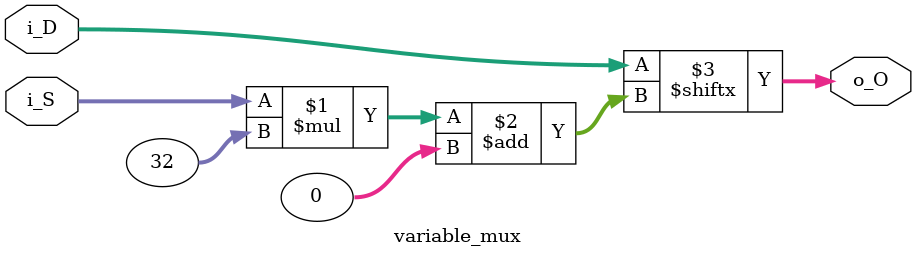
<source format=v>
module variable_mux
    #(parameter DATA_WIDTH = 32,
      parameter NUM_INPUTS = 32)
      
      (
        input  [(DATA_WIDTH*NUM_INPUTS) - 1:0] i_D,
        input  [$clog2(NUM_INPUTS)-1:0]        i_S,
        output [DATA_WIDTH-1:0]                o_O
      
      );
      
    assign o_O = i_D[(i_S * DATA_WIDTH) +: DATA_WIDTH ];
      
endmodule

</source>
